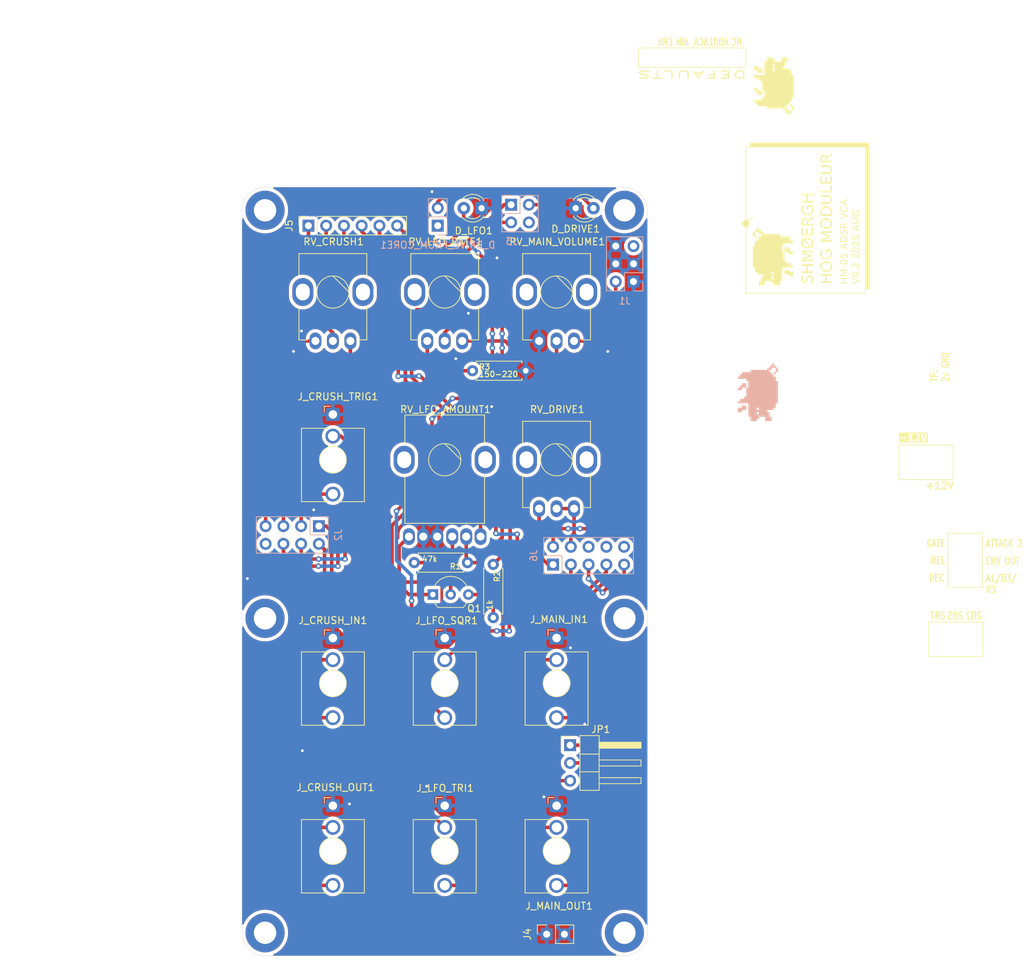
<source format=kicad_pcb>
(kicad_pcb (version 20241229) (generator "pcbnew") (generator_version "9.0")
  (layers (0 "F.Cu" signal) (2 "B.Cu" signal) (13 "F.Paste" user) (15 "B.Paste" user) (5 "F.SilkS" user "F.Silkscreen") (7 "B.SilkS" user "B.Silkscreen") (1 "F.Mask" user) (3 "B.Mask" user) (25 "Edge.Cuts" user))
  (net 0 "")
  (net 1 "DRIVE_LED_P")
  (net 2 "+12V")
  (net 3 "GND")
  (net 4 "-12V")
  (net 5 "Net-(D_LFO1-A)")
  (net 6 "RV_CRUSH_2")
  (net 7 "RV_CRUSH_1")
  (net 8 "CRUSH_OUT")
  (net 9 "CRUSH_IN")
  (net 10 "CRUSH_TRIG_DEFAULT")
  (net 12 "CRUSH_TRIG")
  (net 13 "RV_CRUSH_3")
  (net 14 "LFO_TRI")
  (net 15 "LFO_SQR")
  (net 16 "LFO_RATE")
  (net 18 "OUTPUT_OUT_DEFAULT")
  (net 19 "CRUSH_IN_DEFAULT")
  (net 20 "CRUSH_OUT_DEFAULT")
  (net 21 "LFO_SQR_DEFAULT")
  (net 22 "LFO_TRI_DEFAULT")
  (net 23 "OUTPUT_IN_DEFAULT")
  (net 24 "OUTPUT_LINE_OUT")
  (net 25 "OUTPUT_IN")
  (net 26 "OUTPUT_DRIVE_3")
  (net 27 "OUTPUT_DRIVE_1")
  (net 28 "OUTPUT_VOL_3")
  (net 30 "OUTPUT_PHONES_OUT")
  (net 31 "OUTPUT_VOL_2")
  (net 34 "OUTPUT_OUT")
  (net 35 "Net-(J_LFO_SQR1-PadT)")
  (net 36 "Net-(J_LFO_TRI1-PadT)")
  (net 37 "Net-(Q1-B)")
  (net 38 "Net-(Q1-C)")
  (net 40 "Net-(R3-Pad1)")
  (footprint "Shmoergh_Custom_Footprints:Jack_3.5mm_QingPu_WQP-PJ398SM_Vertical_CircularHoles" (layer "F.Cu") (at 153 139)
    (property "Reference" "J_LFO_TRI1")
    (property "Value" "PJ398SM")
  )
  (footprint "MountingHole:MountingHole_3.2mm_M3_DIN965_Pad" (layer "F.Cu") (at 178.7 105.7)
    (property "Reference" "H6")
    (property "Value" "MountingHole")
  )
  (footprint "Shmoergh_Custom_Footprints:Potentiometer_Bourns_Single-PTV09A" (layer "F.Cu") (at 153 59)
    (property "Reference" "RV_LFO_RATE1")
    (property "Value" "A100k")
  )
  (footprint "Package_TO_SOT_THT:TO-92_Inline_Wide" (layer "F.Cu") (at 151.305 102.293)
    (property "Reference" "Q1")
    (property "Value" "2N3904")
  )
  (footprint "Shmoergh_Custom_Footprints:Jack_3.5mm_QingPu_WQP-PJ398SM_Vertical_CircularHoles" (layer "F.Cu") (at 137 139)
    (property "Reference" "J_CRUSH_OUT1")
    (property "Value" "PJ398SM")
  )
  (footprint "LED_THT:LED_D3.0mm" (layer "F.Cu") (at 171.73 47)
    (property "Reference" "D_DRIVE1")
    (property "Value" "Red LED")
  )
  (footprint "Connector_PinSocket_2.54mm:PinSocket_1x06_P2.54mm_Vertical" (layer "F.Cu") (at 133.5 49.5 90)
    (property "Reference" "J5")
    (property "Value" "Conn_01x06")
  )
  (footprint "Shmoergh_Logo:Gyeszno" (layer "F.Cu") (at 199.946 53.906 90)
    (property "Reference" "G***" (hide yes))
    (property "Value" "LOGO" (hide yes))
  )
  (footprint "Shmoergh_Custom_Footprints:Potentiometer_Bourns_Single-PTV09A" (layer "F.Cu") (at 137 59)
    (property "Reference" "RV_CRUSH1")
    (property "Value" "1M")
  )
  (footprint "Shmoergh_Custom_Footprints:Potentiometer_Bourns_Single-PTV09A" (layer "F.Cu") (at 169 59)
    (property "Reference" "RV_MAIN_VOLUME1")
    (property "Value" "A10k")
  )
  (footprint "MountingHole:MountingHole_3.2mm_M3_DIN965_Pad" (layer "F.Cu") (at 178.7 47.3)
    (property "Reference" "H2")
    (property "Value" "MountingHole")
  )
  (footprint "Shmoergh_Custom_Footprints:Potentiometer_Bourns_Dual-PTV112-4" (layer "F.Cu") (at 153 83)
    (property "Reference" "RV_LFO_AMOUNT1")
    (property "Value" "A20k")
  )
  (footprint "MountingHole:MountingHole_3.2mm_M3_DIN965_Pad" (layer "F.Cu") (at 178.7 150.7)
    (property "Reference" "H3")
    (property "Value" "MountingHole")
  )
  (footprint "Shmoergh_Custom_Footprints:R_Axial_DIN0207_L6.3mm_D2.5mm_P7.62mm_Horizontal" (layer "F.Cu") (at 156.9692 70.2636)
    (property "Reference" "R3")
    (property "Value" "150-220")
  )
  (footprint "Shmoergh_Custom_Footprints:Potentiometer_Bourns_Single-PTV09A" (layer "F.Cu") (at 169 83)
    (property "Reference" "RV_DRIVE1")
    (property "Value" "100k")
  )
  (footprint "Shmoergh_Custom_Footprints:Jack_3.5mm_QingPu_WQP-PJ398SM_Vertical_CircularHoles" (layer "F.Cu") (at 169 139)
    (property "Reference" "J_MAIN_OUT1")
    (property "Value" "PJ398SM")
  )
  (footprint "Connector_PinHeader_2.54mm:PinHeader_1x03_P2.54mm_Horizontal" (layer "F.Cu") (at 170.9392 123.8576)
    (property "Reference" "JP1")
    (property "Value" "Jumper_3_Open")
  )
  (footprint "MountingHole:MountingHole_3.2mm_M3_DIN965_Pad" (layer "F.Cu") (at 127.3 47.3)
    (property "Reference" "H1")
    (property "Value" "MountingHole")
  )
  (footprint "MountingHole:MountingHole_3.2mm_M3_DIN965_Pad" (layer "F.Cu") (at 127.3 150.7)
    (property "Reference" "H4")
    (property "Value" "MountingHole")
  )
  (footprint "Shmoergh_Custom_Footprints:R_Axial_DIN0207_L6.3mm_D2.5mm_P7.62mm_Horizontal" (layer "F.Cu") (at 159.941 97.975 -90)
    (property "Reference" "R2")
    (property "Value" "1k")
  )
  (footprint "Shmoergh_Custom_Footprints:Jack_3.5mm_QingPu_WQP-PJ398SM_Vertical_CircularHoles" (layer "F.Cu") (at 137 115)
    (property "Reference" "J_CRUSH_IN1")
    (property "Value" "PJ398SM")
  )
  (footprint "Shmoergh_Logo:Gyeszno" (layer "F.Cu") (at 200.073 29.522 -90)
    (property "Reference" "G***" (hide yes))
    (property "Value" "LOGO" (hide yes))
  )
  (footprint "LED_THT:LED_D3.0mm" (layer "F.Cu") (at 158.27 47 180)
    (property "Reference" "D_LFO1")
    (property "Value" "Red LED")
  )
  (footprint "Connector_PinSocket_2.54mm:PinSocket_1x02_P2.54mm_Vertical" (layer "F.Cu") (at 167.581 150.909 90)
    (property "Reference" "J4")
    (property "Value" "Conn_01x02")
  )
  (footprint "Shmoergh_Custom_Footprints:Jack_3.5mm_QingPu_WQP-PJ398SM_Vertical_CircularHoles" (layer "F.Cu") (at 137 83)
    (property "Reference" "J_CRUSH_TRIG1")
    (property "Value" "PJ398SM")
  )
  (footprint "Shmoergh_Custom_Footprints:R_Axial_DIN0207_L6.3mm_D2.5mm_P7.62mm_Horizontal" (layer "F.Cu") (at 156.258 97.721 180)
    (property "Reference" "R1")
    (property "Value" "47k")
  )
  (footprint "MountingHole:MountingHole_3.2mm_M3_DIN965_Pad" (layer "F.Cu") (at 127.3 105.7)
    (property "Reference" "H5")
    (property "Value" "MountingHole")
  )
  (footprint "Shmoergh_Custom_Footprints:Jack_3.5mm_QingPu_WQP-PJ398SM_Vertical_CircularHoles" (layer "F.Cu") (at 169 115)
    (property "Reference" "J_MAIN_IN1")
    (property "Value" "PJ398SM")
  )
  (footprint "Shmoergh_Custom_Footprints:Jack_3.5mm_QingPu_WQP-PJ398SM_Vertical_CircularHoles" (layer "F.Cu") (at 153 115)
    (property "Reference" "J_LFO_SQR1")
    (property "Value" "PJ398SM")
  )
  (footprint "Connector_PinSocket_2.54mm:PinSocket_1x02_P2.54mm_Vertical" (layer "B.Cu") (at 152 49.5)
    (property "Reference" "D_DRIVE_FROM_CORE1")
    (property "Value" "Red LED")
  )
  (footprint "Connector_PinSocket_2.54mm:PinSocket_2x04_P2.54mm_Vertical" (layer "B.Cu") (at 135 92.5 90)
    (property "Reference" "J2")
    (property "Value" "Conn_02x04_Odd_Even")
  )
  (footprint "Connector_PinSocket_2.54mm:PinSocket_2x05_P2.54mm_Vertical" (layer "B.Cu") (at 168.5 98 -90)
    (property "Reference" "J6")
    (property "Value" "Conn_02x05_Odd_Even")
  )
  (footprint "Shmoergh_Logo:Gyeszno" (layer "B.Cu") (at 197.787 73.337 90)
    (property "Reference" "G***" (hide yes))
    (property "Value" "LOGO" (hide yes))
  )
  (footprint "Connector_PinSocket_2.54mm:PinSocket_2x03_P2.54mm_Vertical" (layer "B.Cu") (at 180 57.5)
    (property "Reference" "J1")
    (property "Value" "Conn_02x03_Odd_Even")
  )
  (footprint "Connector_PinSocket_2.54mm:PinSocket_2x02_P2.54mm_Vertical" (layer "B.Cu") (at 162.5 46.5 180)
    (property "Reference" "J3")
    (property "Value" "Conn_02x02_Odd_Even")
  )
  (gr_rect (start 217.98 80.8935) (end 225.727 85.8465) (stroke (width 0.1)) (fill no) (layer "F.SilkS"))
  (gr_rect (start 213.2175 38.16) (end 213.7085 58.603) (stroke (width 0.1)) (fill yes) (layer "F.SilkS"))
  (gr_line (start 197.0725 48.199) (end 196.0725 49.199) (stroke (width 0.1)) (layer "F.SilkS"))
  (gr_rect (start 224.965 93.53) (end 229.918 101.277) (stroke (width 0.1)) (fill no) (layer "F.SilkS"))
  (gr_rect (start 196.7325 37.66) (end 213.7085 38.16) (stroke (width 0.1)) (fill yes) (layer "F.SilkS"))
  (gr_rect (start 222.2345 106.23) (end 229.9815 111.183) (stroke (width 0.1)) (fill no) (layer "F.SilkS"))
  (gr_rect (start 196.0725 38.2215) (end 213.2175 59.1765) (stroke (width 0.1)) (fill no) (layer "F.SilkS"))
  (gr_rect (start 180.7055 24.061) (end 196.0725 26.855) (stroke (width 0.1)) (fill no) (layer "F.SilkS"))
  (gr_circle (center 196.0725 49.199) (end 195.5725 49.199) (stroke (width 0.1)) (fill yes) (layer "F.SilkS"))
  (gr_line (start 178.7 154) (end 127.3 154) (stroke (width 0.05)) (layer "Edge.Cuts"))
  (gr_arc (start 182 150.7) (mid 181.033452 153.033452) (end 178.7 154) (stroke (width 0.05)) (layer "Edge.Cuts"))
  (gr_line (start 182 47.3) (end 182 150.7) (stroke (width 0.05)) (layer "Edge.Cuts"))
  (gr_line (start 127.3 44) (end 178.7 44) (stroke (width 0.05)) (layer "Edge.Cuts"))
  (gr_line (start 124 150.7) (end 124 47.3) (stroke (width 0.05)) (layer "Edge.Cuts"))
  (gr_arc (start 124 47.3) (mid 124.966548 44.966548) (end 127.3 44) (stroke (width 0.05)) (layer "Edge.Cuts"))
  (gr_arc (start 127.3 154) (mid 124.966548 153.033452) (end 124 150.7) (stroke (width 0.05)) (layer "Edge.Cuts"))
  (gr_arc (start 178.7 44) (mid 181.033452 44.966548) (end 182 47.3) (stroke (width 0.05)) (layer "Edge.Cuts"))
  (gr_text "SHMØERGH \nHOG MODULEUR" (at 208.6455 57.9065 90) (layer "F.SilkS") (effects (font (size 1.6 1.6) (thickness 0.1)) (justify left bottom)))
  (gr_text "ATTACK 3" (at 230.299 95.562 0) (layer "F.SilkS") (effects (font (size 1 0.75) (thickness 0.17) (bold yes)) (justify left bottom)))
  (gr_text "DEFAULTS" (at 188.389 27.236 180) (layer "F.SilkS") (effects (font (size 1 2.2) (thickness 0.17) (bold yes)) (justify bottom)))
  (gr_text "-12V" (at 217.853 80.449 0) (layer "F.SilkS" knockout) (effects (font (size 1 1) (thickness 0.2) (bold yes)) (justify left bottom)))
  (gr_text "REL" (at 224.711 97.975 0) (layer "F.SilkS") (effects (font (size 1 0.75) (thickness 0.17) (bold yes)) (justify right bottom)))
  (gr_text "SU1" (at 223.5045 104.6425 180) (layer "F.SilkS") (effects (font (size 1 0.75) (thickness 0.17) (bold yes)) (justify bottom)))
  (gr_text "VIN" (at 186.992 22.537 180) (layer "F.SilkS") (effects (font (size 1 0.75) (thickness 0.17) (bold yes)) (justify bottom)))
  (gr_text "TP:\n2x GND" (at 225.219 71.94 90) (layer "F.SilkS") (effects (font (size 1 0.75) (thickness 0.17) (bold yes)) (justify left bottom)))
  (gr_text "SU2" (at 226.0445 104.6425 180) (layer "F.SilkS") (effects (font (size 1 0.75) (thickness 0.17) (bold yes)) (justify bottom)))
  (gr_text "+12V" (at 221.663 87.307 0) (layer "F.SilkS") (effects (font (size 1 1) (thickness 0.2) (bold yes)) (justify left bottom)))
  (gr_text "ENV" (at 184.579 22.537 180) (layer "F.SilkS") (effects (font (size 1 0.75) (thickness 0.17) (bold yes)) (justify bottom)))
  (gr_text "ENV OUT" (at 230.299 98.102 0) (layer "F.SilkS") (effects (font (size 1 0.75) (thickness 0.17) (bold yes)) (justify left bottom)))
  (gr_text "DEC" (at 224.584 100.515 0) (layer "F.SilkS") (effects (font (size 1 0.75) (thickness 0.17) (bold yes)) (justify right bottom)))
  (gr_text "SU3" (at 228.7115 104.6425 180) (layer "F.SilkS") (effects (font (size 1 0.75) (thickness 0.17) (bold yes)) (justify bottom)))
  (gr_text "A1/D3/\nR3" (at 230.299 102.166 0) (layer "F.SilkS") (effects (font (size 1 0.75) (thickness 0.17) (bold yes)) (justify left bottom)))
  (gr_text "NC" (at 194.739 22.537 180) (layer "F.SilkS") (effects (font (size 1 0.75) (thickness 0.17) (bold yes)) (justify bottom)))
  (gr_text "GATE" (at 224.711 95.562 0) (layer "F.SilkS") (effects (font (size 1 0.75) (thickness 0.17) (bold yes)) (justify right bottom)))
  (gr_text "VCV" (at 189.659 22.537 180) (layer "F.SilkS") (effects (font (size 1 0.75) (thickness 0.17) (bold yes)) (justify bottom)))
  (gr_text "HM-05 ADSR VCA\nV0.2 2025 AUG" (at 212.4555 57.9065 90) (layer "F.SilkS") (effects (font (size 1 1) (thickness 0.1)) (justify left bottom)))
  (gr_text "VOUT" (at 192.199 22.537 180) (layer "F.SilkS") (effects (font (size 1 0.75) (thickness 0.17) (bold yes)) (justify bottom)))
  (segment (start 174.27 47) (end 172.159 44.889) (width 0.508) (layer "F.Cu") (net 1))
  (segment (start 172.159 44.889) (end 153.21 44.889) (width 0.508) (layer "F.Cu") (net 1))
  (segment (start 152 46.099) (end 152 46.96) (width 0.508) (layer "F.Cu") (net 1))
  (segment (start 153.21 44.889) (end 152 46.099) (width 0.508) (layer "F.Cu") (net 1))
  (segment (start 162.354 66.733) (end 161.621 66) (width 0.508) (layer "F.Cu") (net 2))
  (segment (start 162.354 95.562) (end 162.354 66.733) (width 0.508) (layer "F.Cu") (net 2))
  (segment (start 177.46 60.136) (end 177.46 57.5) (width 0.508) (layer "F.Cu") (net 2))
  (segment (start 161.973 66.352) (end 165.402 62.923) (width 0.508) (layer "F.Cu") (net 2))
  (segment (start 165.402 62.923) (end 174.673 62.923) (width 0.508) (layer "F.Cu") (net 2))
  (segment (start 174.673 62.923) (end 177.46 60.136) (width 0.508) (layer "F.Cu") (net 2))
  (segment (start 159.941 97.975) (end 162.354 95.562) (width 0.508) (layer "F.Cu") (net 2))
  (segment (start 161.621 66) (end 155.5 66) (width 0.508) (layer "F.Cu") (net 2))
  (via (at 159.7124 75.3944) (size 0.8) (drill 0.4) (layers "F.Cu" "B.Cu") (net 3))
  (via (at 156.385 62.034) (size 0.8) (drill 0.4) (layers "F.Cu" "B.Cu") (net 3))
  (via (at 167.18 131.249) (size 0.8) (drill 0.4) (layers "F.Cu" "B.Cu") (net 3))
  (via (at 131.366 67.495) (size 0.8) (drill 0.4) (layers "F.Cu" "B.Cu") (net 3))
  (via (at 154.5816 68.5364) (size 0.8) (drill 0.4) (layers "F.Cu" "B.Cu") (net 3))
  (via (at 176.324 67.495) (size 0.8) (drill 0.4) (layers "F.Cu" "B.Cu") (net 3))
  (via (at 160.4744 54.1092) (size 0.8) (drill 0.4) (layers "F.Cu" "B.Cu") (net 3))
  (via (at 173.022 120.835) (size 0.8) (drill 0.4) (layers "F.Cu" "B.Cu") (net 3))
  (via (at 151.178 44.635) (size 0.8) (drill 0.4) (layers "F.Cu" "B.Cu") (net 3))
  (via (at 132.636 124.645) (size 0.8) (drill 0.4) (layers "F.Cu" "B.Cu") (net 3))
  (via (at 132.509 64.574) (size 0.8) (drill 0.4) (layers "F.Cu" "B.Cu") (net 3))
  (via (at 150.416 129.725) (size 0.8) (drill 0.4) (layers "F.Cu" "B.Cu") (net 3))
  (via (at 170.99 109.913) (size 0.8) (drill 0.4) (layers "F.Cu" "B.Cu") (net 3))
  (via (at 134.2616 90.1772) (size 0.8) (drill 0.4) (layers "F.Cu" "B.Cu") (net 3))
  (via (at 139.367 132.265) (size 0.8) (drill 0.4) (layers "F.Cu" "B.Cu") (net 3))
  (via (at 124.762 100.007) (size 0.8) (drill 0.4) (layers "F.Cu" "B.Cu") (net 3))
  (segment (start 147.368 71.686) (end 152.194 76.512) (width 0.508) (layer "F.Cu") (net 5))
  (segment (start 152.194 62.415) (end 149.4 62.415) (width 0.508) (layer "F.Cu") (net 5))
  (segment (start 155.73 49.862) (end 152.956 52.636) (width 0.508) (layer "F.Cu") (net 5))
  (segment (start 149.4 62.415) (end 147.368 64.447) (width 0.508) (layer "F.Cu") (net 5))
  (segment (start 152.194 85.656) (end 145.463 92.387) (width 0.508) (layer "F.Cu") (net 5))
  (segment (start 145.463 99.88) (end 147.876 102.293) (width 0.508) (layer "F.Cu") (net 5))
  (segment (start 145.463 92.387) (end 145.463 99.88) (width 0.508) (layer "F.Cu") (net 5))
  (segment (start 155.73 47) (end 155.73 49.862) (width 0.508) (layer "F.Cu") (net 5))
  (segment (start 152.194 76.512) (end 152.194 85.656) (width 0.508) (layer "F.Cu") (net 5))
  (segment (start 147.876 102.293) (end 151.305 102.293) (width 0.508) (layer "F.Cu") (net 5))
  (segment (start 152.956 52.636) (end 152.956 61.653) (width 0.508) (layer "F.Cu") (net 5))
  (segment (start 152.956 61.653) (end 152.194 62.415) (width 0.508) (layer "F.Cu") (net 5))
  (segment (start 147.368 64.447) (end 147.368 71.686) (width 0.508) (layer "F.Cu") (net 5))
  (segment (start 129.5372 63.2532) (end 135.43 63.2532) (width 0.508) (layer "F.Cu") (net 6))
  (segment (start 127.38 92.5) (end 127.38 65.4104) (width 0.508) (layer "F.Cu") (net 6))
  (segment (start 135.43 63.2532) (end 137 64.8232) (width 0.508) (layer "F.Cu") (net 6))
  (segment (start 127.38 65.4104) (end 129.5372 63.2532) (width 0.508) (layer "F.Cu") (net 6))
  (segment (start 137 64.8232) (end 137 66) (width 0.508) (layer "F.Cu") (net 6))
  (segment (start 130.8036 66) (end 134.5 66) (width 0.508) (layer "F.Cu") (net 7))
  (segment (start 129.92 92.5) (end 129.92 66.8836) (width 0.508) (layer "F.Cu") (net 7))
  (segment (start 129.92 66.8836) (end 130.8036 66) (width 0.508) (layer "F.Cu") (net 7))
  (segment (start 133.017 128.074) (end 134.668 126.423) (width 0.508) (layer "F.Cu") (net 8))
  (segment (start 136.827 105.087) (end 136.827 93.276) (width 0.508) (layer "F.Cu") (net 8))
  (segment (start 139.748 108.008) (end 136.827 105.087) (width 0.508) (layer "F.Cu") (net 8))
  (segment (start 136.051 92.5) (end 135 92.5) (width 0.508) (layer "F.Cu") (net 8))
  (segment (start 133.017 142.679) (end 133.017 128.074) (width 0.508) (layer "F.Cu") (net 8))
  (segment (start 134.258 143.92) (end 133.017 142.679) (width 0.508) (layer "F.Cu") (net 8))
  (segment (start 136.827 93.276) (end 136.051 92.5) (width 0.508) (layer "F.Cu") (net 8))
  (segment (start 138.478 126.423) (end 139.748 125.153) (width 0.508) (layer "F.Cu") (net 8))
  (segment (start 139.748 125.153) (end 139.748 108.008) (width 0.508) (layer "F.Cu") (net 8))
  (segment (start 137 143.92) (end 134.258 143.92) (width 0.508) (layer "F.Cu") (net 8))
  (segment (start 134.668 126.423) (end 138.478 126.423) (width 0.508) (layer "F.Cu") (net 8))
  (segment (start 135.811 95.851) (end 135 95.04) (width 0.508) (layer "F.Cu") (net 9))
  (segment (start 135.811 99.245) (end 135.811 95.851) (width 0.508) (layer "F.Cu") (net 9))
  (segment (start 133.271 101.785) (end 135.811 99.245) (width 0.508) (layer "F.Cu") (net 9))
  (segment (start 134.896 119.92) (end 133.271 118.295) (width 0.508) (layer "F.Cu") (net 9))
  (segment (start 137 119.92) (end 134.896 119.92) (width 0.508) (layer "F.Cu") (net 9))
  (segment (start 133.271 118.295) (end 133.271 101.785) (width 0.508) (layer "F.Cu") (net 9))
  (segment (start 132.46 96.6052) (end 132.46 95.04) (width 0.508) (layer "F.Cu") (net 10))
  (segment (start 133.1186 97.213) (end 133.0932 97.2384) (width 0.508) (layer "F.Cu") (net 10))
  (segment (start 138.732 94.546) (end 139.748 93.53) (width 0.508) (layer "F.Cu") (net 10))
  (segment (start 139.748 93.53) (end 139.748 81.211) (width 0.508) (layer "F.Cu") (net 10))
  (segment (start 138.732 97.213) (end 138.732 94.546) (width 0.508) (layer "F.Cu") (net 10))
  (segment (start 138.157 79.62) (end 137 79.62) (width 0.508) (layer "F.Cu") (net 10))
  (segment (start 134.957 97.213) (end 133.1186 97.213) (width 0.508) (layer "F.Cu") (net 10))
  (segment (start 133.0932 97.2384) (end 132.46 96.6052) (width 0.508) (layer "F.Cu") (net 10))
  (segment (start 139.748 81.211) (end 138.157 79.62) (width 0.508) (layer "F.Cu") (net 10))
  (via (at 134.957 97.213) (size 0.8) (drill 0.4) (layers "F.Cu" "B.Cu") (net 10))
  (via (at 138.732 97.213) (size 0.8) (drill 0.4) (layers "F.Cu" "B.Cu") (net 10))
  (segment (start 138.732 97.213) (end 134.957 97.213) (width 0.508) (layer "B.Cu") (net 10))
  (segment (start 132.46 92.5) (end 132.46 88.6768) (width 0.508) (layer "F.Cu") (net 12))
  (segment (start 132.46 88.6768) (end 133.2168 87.92) (width 0.508) (layer "F.Cu") (net 12))
  (segment (start 133.2168 87.92) (end 137 87.92) (width 0.508) (layer "F.Cu") (net 12))
  (segment (start 131.906919 98.229) (end 134.922 98.229) (width 0.508) (layer "F.Cu") (net 13))
  (segment (start 138.351 69.654) (end 139.5 68.505) (width 0.508) (layer "F.Cu") (net 13))
  (segment (start 129.92 96.242081) (end 131.906919 98.229) (width 0.508) (layer "F.Cu") (net 13))
  (segment (start 139.5 68.505) (end 139.5 66) (width 0.508) (layer "F.Cu") (net 13))
  (segment (start 137.716 92.26) (end 138.859 91.117) (width 0.508) (layer "F.Cu") (net 13))
  (segment (start 129.92 95.04) (end 129.92 96.242081) (width 0.508) (layer "F.Cu") (net 13))
  (segment (start 134.668 85.656) (end 132.89 83.878) (width 0.508) (layer "F.Cu") (net 13))
  (segment (start 135.303 69.654) (end 138.351 69.654) (width 0.508) (layer "F.Cu") (net 13))
  (segment (start 132.89 83.878) (end 132.89 72.067) (width 0.508) (layer "F.Cu") (net 13))
  (segment (start 137.716 98.229) (end 137.716 92.26) (width 0.508) (layer "F.Cu") (net 13))
  (segment (start 138.859 86.545) (end 137.97 85.656) (width 0.508) (layer "F.Cu") (net 13))
  (segment (start 138.859 91.117) (end 138.859 86.545) (width 0.508) (layer "F.Cu") (net 13))
  (segment (start 132.89 72.067) (end 135.303 69.654) (width 0.508) (layer "F.Cu") (net 13))
  (segment (start 137.97 85.656) (end 134.668 85.656) (width 0.508) (layer "F.Cu") (net 13))
  (via (at 137.716 98.229) (size 0.8) (drill 0.4) (layers "F.Cu" "B.Cu") (net 13))
  (via (at 134.922 98.229) (size 0.8) (drill 0.4) (layers "F.Cu" "B.Cu") (net 13))
  (segment (start 134.922 98.229) (end 137.716 98.229) (width 0.508) (layer "B.Cu") (net 13))
  (segment (start 167.434 53.525) (end 167.434 47.302) (width 0.508) (layer "F.Cu") (net 14))
  (segment (start 156.075 97.538) (end 156.258 97.721) (width 0.508) (layer "F.Cu") (net 14))
  (segment (start 156.075 94) (end 156.075 97.538) (width 0.508) (layer "F.Cu") (net 14))
  (segment (start 161.211 64.955) (end 161.211 55.43) (width 0.508) (layer "F.Cu") (net 14))
  (segment (start 161.211 55.43) (end 162.354 54.287) (width 0.508) (layer "F.Cu") (net 14))
  (segment (start 166.672 54.287) (end 167.434 53.525) (width 0.508) (layer "F.Cu") (net 14))
  (segment (start 157.655 97.721) (end 156.258 97.721) (width 0.508) (layer "F.Cu") (net 14))
  (segment (start 162.354 54.287) (end 166.672 54.287) (width 0.508) (layer "F.Cu") (net 14))
  (segment (start 161.211 66.987) (end 161.211 94.165) (width 0.508) (layer "F.Cu") (net 14))
  (segment (start 161.211 94.165) (end 157.655 97.721) (width 0.508) (layer "F.Cu") (net 14))
  (segment (start 167.434 47.302) (end 166.632 46.5) (width 0.508) (layer "F.Cu") (net 14))
  (segment (start 166.632 46.5) (end 165.04 46.5) (width 0.508) (layer "F.Cu") (net 14))
  (via (at 161.211 66.987) (size 0.8) (drill 0.4) (layers "F.Cu" "B.Cu") (net 14))
  (via (at 161.211 64.955) (size 0.8) (drill 0.4) (layers "F.Cu" "B.Cu") (net 14))
  (segment (start 161.211 64.955) (end 161.211 66.987) (width 0.508) (layer "B.Cu") (net 14))
  (segment (start 158.125 89.936) (end 153.464 85.275) (width 0.508) (layer "F.Cu") (net 15))
  (segment (start 153.464 76.385) (end 148.257 71.178) (width 0.508) (layer "F.Cu") (net 15))
  (segment (start 149.908 63.304) (end 152.448 63.304) (width 0.508) (layer "F.Cu") (net 15))
  (segment (start 148.257 64.955) (end 149.908 63.304) (width 0.508) (layer "F.Cu") (net 15))
  (segment (start 153.972 54.033) (end 161.505 46.5) (width 0.508) (layer "F.Cu") (net 15))
  (segment (start 161.505 46.5) (end 162.5 46.5) (width 0.508) (layer "F.Cu") (net 15))
  (segment (start 148.257 71.178) (end 148.257 64.955) (width 0.508) (layer "F.Cu") (net 15))
  (segment (start 152.448 63.304) (end 153.972 61.78) (width 0.508) (layer "F.Cu") (net 15))
  (segment (start 153.972 61.78) (end 153.972 54.033) (width 0.508) (layer "F.Cu") (net 15))
  (segment (start 158.125 94) (end 158.125 89.936) (width 0.508) (layer "F.Cu") (net 15))
  (segment (start 153.464 85.275) (end 153.464 76.385) (width 0.508) (layer "F.Cu") (net 15))
  (segment (start 155.0515 62.7325) (end 155.0515 54.3505) (width 0.508) (layer "F.Cu") (net 16))
  (segment (start 160.362 49.04) (end 162.5 49.04) (width 0.508) (layer "F.Cu") (net 16))
  (segment (start 155.0515 54.3505) (end 160.362 49.04) (width 0.508) (layer "F.Cu") (net 16))
  (segment (start 153 64.784) (end 155.0515 62.7325) (width 0.508) (layer "F.Cu") (net 16))
  (segment (start 153 66) (end 153 64.784) (width 0.508) (layer "F.Cu") (net 16))
  (segment (start 139.875 53.652) (end 138.58 52.357) (width 0.508) (layer "F.Cu") (net 18))
  (segment (start 142.161 143.06) (end 142.161 63.558) (width 0.508) (layer "F.Cu") (net 18))
  (segment (start 144.447 61.272) (end 144.447 55.684) (width 0.508) (layer "F.Cu") (net 18))
  (segment (start 169 135.62) (end 166.492 135.62) (width 0.508) (layer "F.Cu") (net 18))
  (segment (start 164.767 142.298) (end 158.29 148.775) (width 0.508) (layer "F.Cu") (net 18))
  (segment (start 142.415 53.652) (end 139.875 53.652) (width 0.508) (layer "F.Cu") (net 18))
  (segment (start 144.447 55.684) (end 142.415 53.652) (width 0.508) (layer "F.Cu") (net 18))
  (segment (start 164.767 137.345) (end 164.767 142.298) (width 0.508) (layer "F.Cu") (net 18))
  (segment (start 142.161 63.558) (end 144.447 61.272) (width 0.508) (layer "F.Cu") (net 18))
  (segment (start 138.58 52.357) (end 138.58 49.5) (width 0.508) (layer "F.Cu") (net 18))
  (segment (start 147.876 148.775) (end 142.161 143.06) (width 0.508) (layer "F.Cu") (net 18))
  (segment (start 166.492 135.62) (end 164.767 137.345) (width 0.508) (layer "F.Cu") (net 18))
  (segment (start 158.29 148.775) (end 147.876 148.775) (width 0.508) (layer "F.Cu") (net 18))
  (segment (start 137 111.62) (end 135.501 111.62) (width 0.508) (layer "F.Cu") (net 19))
  (segment (start 134.922 53.652) (end 136.04 52.534) (width 0.508) (layer "F.Cu") (net 19))
  (segment (start 138.859 118.803) (end 138.859 122.105) (width 0.508) (layer "F.Cu") (net 19))
  (segment (start 132.255 122.232) (end 132.255 101.15) (width 0.508) (layer "F.Cu") (net 19))
  (segment (start 129.207 53.652) (end 134.922 53.652) (width 0.508) (layer "F.Cu") (net 19))
  (segment (start 136.04 52.534) (end 136.04 49.5) (width 0.508) (layer "F.Cu") (net 19))
  (segment (start 134.16 112.961) (end 134.16 116.39) (width 0.508) (layer "F.Cu") (net 19))
  (segment (start 129.207 98.102) (end 127.175 98.102) (width 0.508) (layer "F.Cu") (net 19))
  (segment (start 137.589 123.375) (end 133.398 123.375) (width 0.508) (layer "F.Cu") (net 19))
  (segment (start 133.398 123.375) (end 132.255 122.232) (width 0.508) (layer "F.Cu") (net 19))
  (segment (start 132.255 101.15) (end 129.207 98.102) (width 0.508) (layer "F.Cu") (net 19))
  (segment (start 134.16 116.39) (end 135.684 117.914) (width 0.508) (layer "F.Cu") (net 19))
  (segment (start 137.97 117.914) (end 138.859 118.803) (width 0.508) (layer "F.Cu") (net 19))
  (segment (start 125.778 57.081) (end 129.207 53.652) (width 0.508) (layer "F.Cu") (net 19))
  (segment (start 127.175 98.102) (end 125.778 96.705) (width 0.508) (layer "F.Cu") (net 19))
  (segment (start 135.501 111.62) (end 134.16 112.961) (width 0.508) (layer "F.Cu") (net 19))
  (segment (start 138.859 122.105) (end 137.589 123.375) (width 0.508) (layer "F.Cu") (net 19))
  (segment (start 125.778 96.705) (end 125.778 57.081) (width 0.508) (layer "F.Cu") (net 19))
  (segment (start 135.684 117.914) (end 137.97 117.914) (width 0.508) (layer "F.Cu") (net 19))
  (segment (start 131.112 101.912) (end 131.112 144.203) (width 0.508) (layer "F.Cu") (net 20))
  (segment (start 133.652 146.743) (end 138.351 146.743) (width 0.508) (layer "F.Cu") (net 20))
  (segment (start 139.24 143.06) (end 138.097 141.917) (width 0.508) (layer "F.Cu") (net 20))
  (segment (start 124.635 97.594) (end 126.667 99.626) (width 0.508) (layer "F.Cu") (net 20))
  (segment (start 128.572 52.636) (end 124.635 56.573) (width 0.508) (layer "F.Cu") (net 20))
  (segment (start 135.25 135.62) (end 137 135.62) (width 0.508) (layer "F.Cu") (net 20))
  (segment (start 133.5 51.772) (end 132.636 52.636) (width 0.508) (layer "F.Cu") (net 20))
  (segment (start 133.906 136.964) (end 135.25 135.62) (width 0.508) (layer "F.Cu") (net 20))
  (segment (start 134.795 141.917) (end 133.906 141.028) (width 0.508) (layer "F.Cu") (net 20))
  (segment (start 132.636 52.636) (end 128.572 52.636) (width 0.508) (layer "F.Cu") (net 20))
  (segment (start 126.667 99.626) (end 128.826 99.626) (width 0.508) (layer "F.Cu") (net 20))
  (segment (start 133.906 141.028) (end 133.906 136.964) (width 0.508) (layer "F.Cu") (net 20))
  (segment (start 124.635 56.573) (end 124.635 97.594) (width 0.508) (layer "F.Cu") (net 20))
  (segment (start 128.826 99.626) (end 131.112 101.912) (width 0.508) (layer "F.Cu") (net 20))
  (segment (start 133.5 49.5) (end 133.5 51.772) (width 0.508) (layer "F.Cu") (net 20))
  (segment (start 131.112 144.203) (end 133.652 146.743) (width 0.508) (layer "F.Cu") (net 20))
  (segment (start 138.351 146.743) (end 139.24 145.854) (width 0.508) (layer "F.Cu") (net 20))
  (segment (start 138.097 141.917) (end 134.795 141.917) (width 0.508) (layer "F.Cu") (net 20))
  (segment (start 139.24 145.854) (end 139.24 143.06) (width 0.508) (layer "F.Cu") (net 20))
  (segment (start 162.227 97.721) (end 162.227 97.594) (width 0.508) (layer "F.Cu") (net 21))
  (segment (start 163.37 96.451) (end 163.37 93.657) (width 0.508) (layer "F.Cu") (net 21))
  (segment (start 143.66 50.706) (end 143.66 49.5) (width 0.508) (layer "F.Cu") (net 21))
  (segment (start 160.322 90.101) (end 160.322 93.53) (width 0.508) (layer "F.Cu") (net 21))
  (segment (start 153 111.62) (end 157.12 107.5) (width 0.508) (layer "F.Cu") (net 21))
  (segment (start 149.019 61.526) (end 151.178 61.526) (width 0.508) (layer "F.Cu") (net 21))
  (segment (start 154.861 76.385) (end 154.861 84.64) (width 0.508) (layer "F.Cu") (net 21))
  (segment (start 151.178 61.526) (end 151.94 60.764) (width 0.508) (layer "F.Cu") (net 21))
  (segment (start 154.861 84.64) (end 160.322 90.101) (width 0.508) (layer "F.Cu") (net 21))
  (segment (start 146.352 64.193) (end 149.019 61.526) (width 0.508) (layer "F.Cu") (net 21))
  (segment (start 162.227 107.5) (end 162.227 97.721) (width 0.508) (layer "F.Cu") (net 21))
  (segment (start 151.94 56.7) (end 147.749 52.509) (width 0.508) (layer "F.Cu") (net 21))
  (segment (start 146.352 71.051) (end 146.352 64.193) (width 0.508) (layer "F.Cu") (net 21))
  (segment (start 149.49463 71.01863) (end 154.861 76.385) (width 0.508) (layer "F.Cu") (net 21))
  (segment (start 149.30537 71.01863) (end 149.49463 71.01863) (width 0.508) (layer "F.Cu") (net 21))
  (segment (start 157.12 107.5) (end 160.449 107.5) (width 0.508) (layer "F.Cu") (net 21))
  (segment (start 162.227 97.594) (end 163.37 96.451) (width 0.508) (layer "F.Cu") (net 21))
  (segment (start 147.749 52.509) (end 145.463 52.509) (width 0.508) (layer "F.Cu") (net 21))
  (segment (start 151.94 60.764) (end 151.94 56.7) (width 0.508) (layer "F.Cu") (net 21))
  (segment (start 145.463 52.509) (end 143.66 50.706) (width 0.508) (layer "F.Cu") (net 21))
  (via (at 162.227 107.5) (size 0.8) (drill 0.4) (layers "F.Cu" "B.Cu") (net 21))
  (via (at 160.449 107.5) (size 0.8) (drill 0.4) (layers "F.Cu" "B.Cu") (net 21))
  (via (at 163.37 93.657) (size 0.8) (drill 0.4) (layers "F.Cu" "B.Cu") (net 21))
  (via (at 160.322 93.53) (size 0.8) (drill 0.4) (layers "F.Cu" "B.Cu") (net 21))
  (via (at 149.30537 71.01863) (size 0.8) (drill 0.4) (layers "F.Cu" "B.Cu") (net 21))
  (via (at 146.352 71.051) (size 0.8) (drill 0.4) (layers "F.Cu" "B.Cu") (net 21))
  (segment (start 163.37 93.657) (end 160.449 93.657) (width 0.508) (layer "B.Cu") (net 21))
  (segment (start 149.273 71.051) (end 149.30537 71.01863) (width 0.508) (layer "B.Cu") (net 21))
  (segment (start 146.352 71.051) (end 149.273 71.051) (width 0.508) (layer "B.Cu") (net 21))
  (segment (start 160.449 93.657) (end 160.322 93.53) (width 0.508) (layer "B.Cu") (net 21))
  (segment (start 160.449 107.5) (end 162.227 107.5) (width 0.508) (layer "B.Cu") (net 21))
  (segment (start 158.3408 74.226) (end 159.814 72.7528) (width 0.508) (layer "F.Cu") (net 22))
  (segment (start 154.099 74.226) (end 158.3408 74.226) (width 0.508) (layer "F.Cu") (net 22))
  (segment (start 159.814 72.7528) (end 159.814 66.987) (width 0.508) (layer "F.Cu") (net 22))
  (segment (start 148.257 130.877) (end 153 135.62) (width 0.508) (layer "F.Cu") (net 22))
  (segment (start 151.178 85.275) (end 151.178 77.147) (width 0.508) (layer "F.Cu") (net 22))
  (segment (start 148.447 51.747) (end 146.2 49.5) (width 0.508) (layer "F.Cu") (net 22))
  (segment (start 152.194 51.747) (end 148.447 51.747) (width 0.508) (layer "F.Cu") (net 22))
  (segment (start 148.257 103.182) (end 148.257 130.877) (width 0.508) (layer "F.Cu") (net 22))
  (segment (start 159.814 55.43) (end 157.782 53.398) (width 0.508) (layer "F.Cu") (net 22))
  (segment (start 146.098 90.355) (end 151.178 85.275) (width 0.508) (layer "F.Cu") (net 22))
  (segment (start 159.814 64.955) (end 159.814 55.43) (width 0.508) (layer "F.Cu") (net 22))
  (via (at 157.782 53.398) (size 0.8) (drill 0.4) (layers "F.Cu" "B.Cu") (net 22))
  (via (at 154.099 74.226) (size 0.8) (drill 0.4) (layers "F.Cu" "B.Cu") (net 22))
  (via (at 151.178 77.147) (size 0.8) (drill 0.4) (layers "F.Cu" "B.Cu") (net 22))
  (via (at 159.814 66.987) (size 0.8) (drill 0.4) (layers "F.Cu" "B.Cu") (net 22))
  (via (at 148.257 103.182) (size 0.8) (drill 0.4) (layers "F.Cu" "B.Cu") (net 22))
  (via (at 159.814 64.955) (size 0.8) (drill 0.4) (layers "F.Cu" "B.Cu") (net 22))
  (via (at 146.098 90.355) (size 0.8) (drill 0.4) (layers "F.Cu" "B.Cu") (net 22))
  (via (at 152.194 51.747) (size 0.8) (drill 0.4) (layers "F.Cu" "B.Cu") (net 22))
  (segment (start 156.131 51.747) (end 152.194 51.747) (width 0.508) (layer "B.Cu") (net 22))
  (segment (start 146.098 97.4035) (end 146.098 90.355) (width 0.508) (layer "B.Cu") (net 22))
  (segment (start 157.782 53.398) (end 156.131 51.747) (width 0.508) (layer "B.Cu") (net 22))
  (segment (start 151.178 77.147) (end 154.099 74.226) (width 0.508) (layer "B.Cu") (net 22))
  (segment (start 159.814 66.987) (end 159.814 64.955) (width 0.508) (layer "B.Cu") (net 22))
  (segment (start 148.257 99.5625) (end 146.098 97.4035) (width 0.508) (layer "B.Cu") (net 22))
  (segment (start 148.257 103.182) (end 148.257 99.5625) (width 0.508) (layer "B.Cu") (net 22))
  (segment (start 145.463 54.668) (end 141.12 50.325) (width 0.508) (layer "F.Cu") (net 23))
  (segment (start 163.751 113.977) (end 163.751 141.282) (width 0.508) (layer "F.Cu") (net 23))
  (segment (start 148.257 147.505) (end 143.177 142.425) (width 0.508) (layer "F.Cu") (net 23))
  (segment (start 166.108 111.62) (end 163.751 113.977) (width 0.508) (layer "F.Cu") (net 23))
  (segment (start 141.12 50.325) (end 141.12 49.5) (width 0.508) (layer "F.Cu") (net 23))
  (segment (start 163.751 141.282) (end 157.528 147.505) (width 0.508) (layer "F.Cu") (net 23))
  (segment (start 145.463 62.034) (end 145.463 54.668) (width 0.508) (layer "F.Cu") (net 23))
  (segment (start 157.528 147.505) (end 148.257 147.505) (width 0.508) (layer "F.Cu") (net 23))
  (segment (start 143.177 64.32) (end 145.463 62.034) (width 0.508) (layer "F.Cu") (net 23))
  (segment (start 143.177 142.425) (end 143.177 64.32) (width 0.508) (layer "F.Cu") (net 23))
  (segment (start 169 111.62) (end 166.108 111.62) (width 0.508) (layer "F.Cu") (net 23))
  (segment (start 174.3936 101.912) (end 175.7652 100.5404) (width 0.508) (layer "F.Cu") (net 24))
  (segment (start 178.66 100.3888) (end 178.66 98) (width 0.508) (layer "F.Cu") (net 24))
  (segment (start 174.3936 122.9432) (end 174.3936 101.912) (width 0.508) (layer "F.Cu") (net 24))
  (segment (start 175.7652 100.5404) (end 178.5084 100.5404) (width 0.508) (layer "F.Cu") (net 24))
  (segment (start 173.4792 123.8576) (end 174.3936 122.9432) (width 0.508) (layer "F.Cu") (net 24))
  (segment (start 170.9392 123.8576) (end 173.4792 123.8576) (width 0.508) (layer "F.Cu") (net 24))
  (segment (start 178.5084 100.5404) (end 178.66 100.3888) (width 0.508) (layer "F.Cu") (net 24))
  (segment (start 171.5748 119.92) (end 173.4284 118.0664) (width 0.508) (layer "F.Cu") (net 25))
  (segment (start 176.1208 99.0672) (end 176.1208 98.0008) (width 0.508) (layer "F.Cu") (net 25))
  (segment (start 176.1208 98.0008) (end 176.12 98) (width 0.508) (layer "F.Cu") (net 25))
  (segment (start 173.4284 118.0664) (end 173.4284 101.7596) (width 0.508) (layer "F.Cu") (net 25))
  (segment (start 173.4284 101.7596) (end 176.1208 99.0672) (width 0.508) (layer "F.Cu") (net 25))
  (segment (start 169 119.92) (end 171.5748 119.92) (width 0.508) (layer "F.Cu") (net 25))
  (segment (start 171.04 95.46) (end 171.04 93.988) (width 0.508) (layer "F.Cu") (net 26))
  (segment (start 171.5 93.528) (end 171.5 90) (width 0.508) (layer "F.Cu") (net 26))
  (segment (start 169 90) (end 171.5 90) (width 0.508) (layer "F.Cu") (net 26))
  (segment (start 171.04 93.988) (end 171.5 93.528) (width 0.508) (layer "F.Cu") (net 26))
  (segment (start 167.7892 98) (end 166.5 96.7108) (width 0.508) (layer "F.Cu") (net 27))
  (segment (start 166.5 96.7108) (end 166.5 90) (width 0.508) (layer "F.Cu") (net 27))
  (segment (start 168.5 98) (end 167.7892 98) (width 0.508) (layer "F.Cu") (net 27))
  (segment (start 173.5808 98.0008) (end 173.58 98) (width 0.508) (layer "F.Cu") (net 28))
  (segment (start 175.5874 101.9882) (end 176.1716 101.404) (width 0.508) (layer "F.Cu") (net 28))
  (segment (start 175.5874 102.039) (end 175.5874 101.9882) (width 0.508) (layer "F.Cu") (net 28))
  (segment (start 173.5808 100.0324) (end 173.5808 98.0008) (width 0.508) (layer "F.Cu") (net 28))
  (segment (start 178.9692 66) (end 171.5 66) (width 0.508) (layer "F.Cu") (net 28))
  (segment (start 176.1716 101.404) (end 179.1688 101.404) (width 0.508) (layer "F.Cu") (net 28))
  (segment (start 180.5912 67.622) (end 178.9692 66) (width 0.508) (layer "F.Cu") (net 28))
  (segment (start 180.5912 99.9816) (end 180.5912 67.622) (width 0.508) (layer "F.Cu") (net 28))
  (segment (start 179.1688 101.404) (end 180.5912 99.9816) (width 0.508) (layer "F.Cu") (net 28))
  (via (at 175.5874 102.039) (size 0.8) (drill 0.4) (layers "F.Cu" "B.Cu") (net 28))
  (via (at 173.5808 100.0324) (size 0.8) (drill 0.4) (layers "F.Cu" "B.Cu") (net 28))
  (segment (start 175.5874 102.039) (end 173.5808 100.0324) (width 0.508) (layer "B.Cu") (net 28))
  (segment (start 166.8244 118.7268) (end 167.8912 117.66) (width 0.508) (layer "F.Cu") (net 30))
  (segment (start 172.4124 116.0344) (end 172.4124 101.5056) (width 0.508) (layer "F.Cu") (net 30))
  (segment (start 170.9392 128.9376) (end 167.8404 128.9376) (width 0.508) (layer "F.Cu") (net 30))
  (segment (start 171.04 100.1332) (end 171.04 98) (width 0.508) (layer "F.Cu") (net 30))
  (segment (start 166.8244 127.9216) (end 166.8244 118.7268) (width 0.508) (layer "F.Cu") (net 30))
  (segment (start 167.8912 117.66) (end 170.7868 117.66) (width 0.508) (layer "F.Cu") (net 30))
  (segment (start 170.7868 117.66) (end 172.4124 116.0344) (width 0.508) (layer "F.Cu") (net 30))
  (segment (start 167.8404 128.9376) (end 166.8244 127.9216) (width 0.508) (layer "F.Cu") (net 30))
  (segment (start 172.4124 101.5056) (end 171.04 100.1332) (width 0.508) (layer "F.Cu") (net 30))
  (segment (start 170.646 92.8696) (end 168.958 92.8696) (width 0.508) (layer "F.Cu") (net 31))
  (segment (start 176.578 72.702) (end 172.7172 68.8412) (width 0.508) (layer "F.Cu") (net 31))
  (segment (start 169 67.8164) (end 169 66) (width 0.508) (layer "F.Cu") (net 31))
  (segment (start 172.7172 68.8412) (end 170.0248 68.8412) (width 0.508) (layer "F.Cu") (net 31))
  (segment (start 172.354 92.8696) (end 173.7332 92.8696) (width 0.508) (layer "F.Cu") (net 31))
  (segment (start 176.578 90.0248) (end 176.578 72.702) (width 0.508) (layer "F.Cu") (net 31))
  (segment (start 173.7332 92.8696) (end 176.578 90.0248) (width 0.508) (layer "F.Cu") (net 31))
  (segment (start 168.958 92.8696) (end 168.5 93.3276) (width 0.508) (layer "F.Cu") (net 31))
  (segment (start 168.5 93.3276) (end 168.5 95.46) (width 0.508) (layer "F.Cu") (net 31))
  (segment (start 170.0248 68.8412) (end 169 67.8164) (width 0.508) (layer "F.Cu") (net 31))
  (via (at 172.354 92.8696) (size 0.8) (drill 0.4) (layers "F.Cu" "B.Cu") (net 31))
  (via (at 170.646 92.8696) (size 0.8) (drill 0.4) (layers "F.Cu" "B.Cu") (net 31))
  (segment (start 172.354 92.8696) (end 170.646 92.8696) (width 0.508) (layer "B.Cu") (net 31))
  (segment (start 170.9392 126.3976) (end 174.1904 126.3976) (width 0.508) (layer "F.Cu") (net 34))
  (segment (start 176.2732 141.028) (end 173.3812 143.92) (width 0.508) (layer "F.Cu") (net 34))
  (segment (start 173.3812 143.92) (end 169 143.92) (width 0.508) (layer "F.Cu") (net 34))
  (segment (start 176.2732 128.4804) (end 176.2732 141.028) (width 0.508) (layer "F.Cu") (net 34))
  (segment (start 174.1904 126.3976) (end 176.2732 128.4804) (width 0.508) (layer "F.Cu") (net 34))
  (segment (start 147.481678 100.515) (end 146.479 99.512322) (width 0.508) (layer "F.Cu") (net 35))
  (segment (start 152.575 100.896) (end 152.194 100.515) (width 0.381) (layer "F.Cu") (net 35))
  (segment (start 152.575 104.449) (end 152.575 104.579) (width 0.508) (layer "F.Cu") (net 35))
  (segment (start 149.527 116.447) (end 153 119.92) (width 0.508) (layer "F.Cu") (net 35))
  (segment (start 152.575 104.449) (end 152.575 100.896) (width 0.381) (layer "F.Cu") (net 35))
  (segment (start 146.479 95.396) (end 147.875 94) (width 0.508) (layer "F.Cu") (net 35))
  (segment (start 149.527 107.627) (end 149.527 116.447) (width 0.508) (layer "F.Cu") (net 35))
  (segment (start 146.479 99.512322) (end 146.479 95.396) (width 0.508) (layer "F.Cu") (net 35))
  (segment (start 152.194 100.515) (end 147.481678 100.515) (width 0.508) (layer "F.Cu") (net 35))
  (segment (start 152.575 104.579) (end 149.527 107.627) (width 0.508) (layer "F.Cu") (net 35))
  (segment (start 153 143.92) (end 156.16 143.92) (width 0.508) (layer "F.Cu") (net 36))
  (segment (start 157.909 100.388) (end 156.131 100.388) (width 0.508) (layer "F.Cu") (net 36))
  (segment (start 161.338 103.817) (end 157.909 100.388) (width 0.508) (layer "F.Cu") (net 36))
  (segment (start 161.338 138.742) (end 161.338 103.817) (width 0.508) (layer "F.Cu") (net 36))
  (segment (start 156.16 143.92) (end 161.338 138.742) (width 0.508) (layer "F.Cu") (net 36))
  (segment (start 154.099 94.024) (end 154.075 94) (width 0.508) (layer "F.Cu") (net 36))
  (segment (start 156.131 100.388) (end 154.099 98.356) (width 0.508) (layer "F.Cu") (net 36))
  (segment (start 154.099 98.356) (end 154.099 94.024) (width 0.508) (layer "F.Cu") (net 36))
  (segment (start 153.845 99.8038) (end 153.845 102.293) (width 0.508) (layer "F.Cu") (net 37))
  (segment (start 151.7622 97.721) (end 153.845 99.8038) (width 0.508) (layer "F.Cu") (net 37))
  (segment (start 148.638 97.721) (end 151.7622 97.721) (width 0.508) (layer "F.Cu") (net 37))
  (segment (start 156.385 102.293) (end 158.2646 102.293) (width 0.508) (layer "F.Cu") (net 38))
  (segment (start 159.941 103.9694) (end 159.941 105.595) (width 0.508) (layer "F.Cu") (net 38))
  (segment (start 158.2646 102.293) (end 159.941 103.9694) (width 0.508) (layer "F.Cu") (net 38))
  (segment (start 150.5 66) (end 150.5 68.8236) (width 0.508) (layer "F.Cu") (net 40))
  (segment (start 151.94 70.2636) (end 156.9692 70.2636) (width 0.508) (layer "F.Cu") (net 40))
  (segment (start 150.5 68.8236) (end 151.94 70.2636) (width 0.508) (layer "F.Cu") (net 40))
  (zone (net 3) (net_name "GND") (layer "F.Cu") (connect_pads yes (clearance 0.5)) (min_thickness 0.25) (fill yes (thermal_gap 0.5) (thermal_bridge_width 0.5) (island_removal_mode 2) (island_area_min 10))
    (polygon (pts (xy 124 44) (xy 182 44) (xy 182 154) (xy 124 154)))
  )
  (zone (net 3) (net_name "GND") (layer "B.Cu") (priority 1) (connect_pads (clearance 0.5)) (min_thickness 0.25) (fill yes (thermal_gap 0.5) (thermal_bridge_width 0.5) (island_removal_mode 2) (island_area_min 10))
    (polygon (pts (xy 124 44) (xy 182 44) (xy 182 154) (xy 124 154)))
  )
)
</source>
